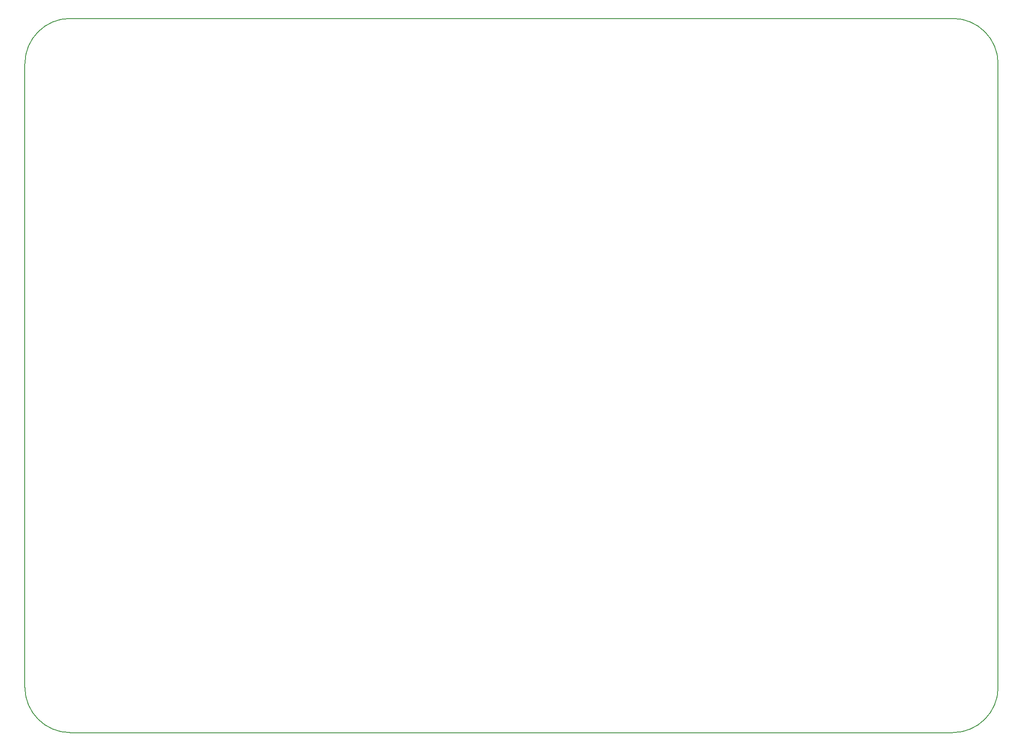
<source format=gbr>
%TF.GenerationSoftware,KiCad,Pcbnew,(6.0.1-0)*%
%TF.CreationDate,2022-02-14T11:55:45-05:00*%
%TF.ProjectId,nixie-tube-clock,6e697869-652d-4747-9562-652d636c6f63,rev?*%
%TF.SameCoordinates,Original*%
%TF.FileFunction,Profile,NP*%
%FSLAX46Y46*%
G04 Gerber Fmt 4.6, Leading zero omitted, Abs format (unit mm)*
G04 Created by KiCad (PCBNEW (6.0.1-0)) date 2022-02-14 11:55:45*
%MOMM*%
%LPD*%
G01*
G04 APERTURE LIST*
%TA.AperFunction,Profile*%
%ADD10C,0.200000*%
%TD*%
G04 APERTURE END LIST*
D10*
X49749989Y-151130000D02*
G75*
G03*
X58639989Y-160020000I8890001J1D01*
G01*
X58639999Y-20319999D02*
X231360000Y-20320000D01*
X49749989Y-151130000D02*
X49749999Y-29209999D01*
X240250000Y-151130000D02*
X240250000Y-29210000D01*
X58639989Y-160020000D02*
X231360000Y-160020000D01*
X240250000Y-29210000D02*
G75*
G03*
X231360000Y-20320000I-8890001J-1D01*
G01*
X58639999Y-20319999D02*
G75*
G03*
X49749999Y-29209999I1J-8890001D01*
G01*
X231360000Y-160020000D02*
G75*
G03*
X240250000Y-151130000I-1J8890001D01*
G01*
M02*

</source>
